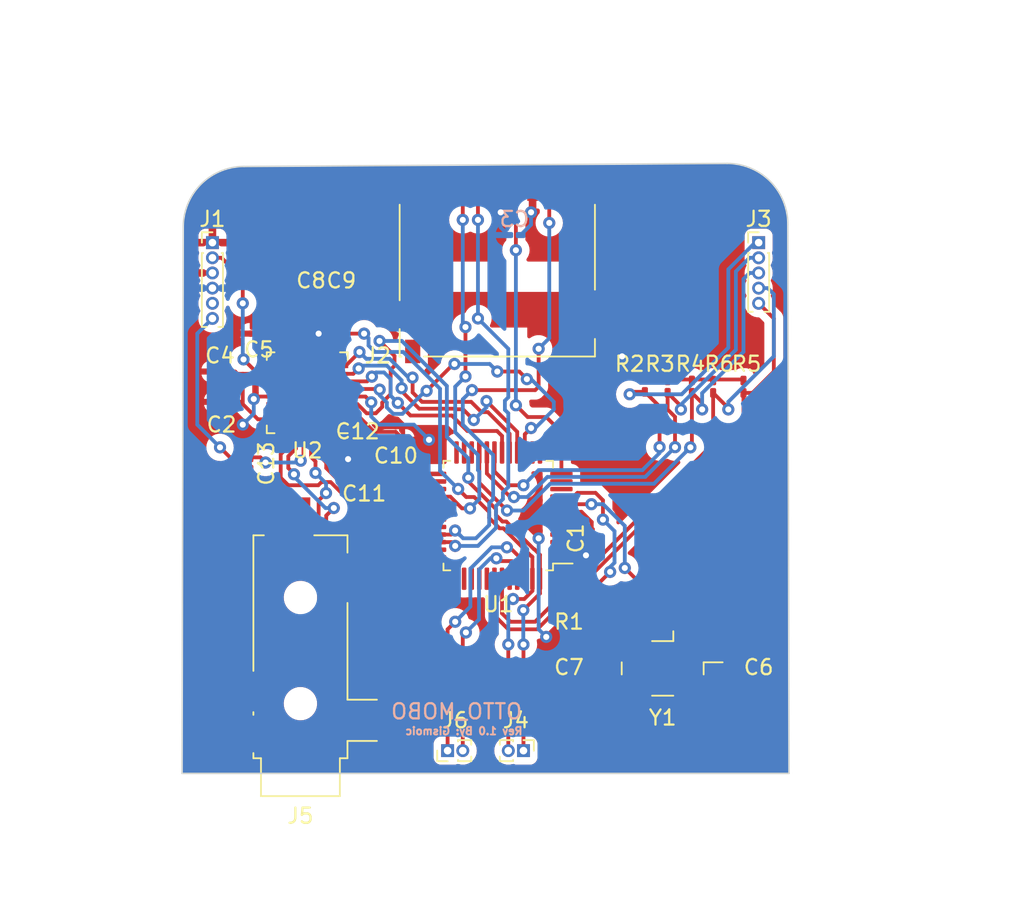
<source format=kicad_pcb>
(kicad_pcb (version 20221018) (generator pcbnew)
  (layers (0 "F.Cu" signal) (31 "B.Cu" signal) (34 "B.Paste" user) (35 "F.Paste" user) (36 "B.SilkS" user "B.Silkscreen") (37 "F.SilkS" user "F.Silkscreen") (38 "B.Mask" user) (39 "F.Mask" user) (44 "Edge.Cuts" user))
  (net 0 "")
  (net 1 "DVDD")
  (net 2 "HPGND")
  (net 3 "AVDD")
  (net 4 "Net-(U2-BYPASS)")
  (net 5 "Net-(U1-PF0)")
  (net 6 "Net-(C7-Pad1)")
  (net 7 "Net-(U2-REF)")
  (net 8 "Net-(U2-C1P)")
  (net 9 "Net-(U2-HPVSS)")
  (net 10 "RAM_VCC")
  (net 12 "CS")
  (net 13 "MOSI")
  (net 14 "CLK")
  (net 15 "MISO")
  (net 17 "Net-(U2-HPL)")
  (net 18 "Net-(U2-HPR)")
  (net 19 "Net-(U2-HPS)")
  (net 20 "Net-(U1-PF1)")
  (net 26 "I2S_SCK")
  (net 27 "I2S_SD")
  (net 28 "I2S_WS")
  (net 31 "SCL")
  (net 32 "SDA")
  (net 47 "RX")
  (net 48 "TX")
  (net 49 "Enter")
  (net 50 "....")
  (net 51 "...")
  (net 52 "..")
  (net 53 ".")
  (net 58 "I2S_MCK")
  (net 63 "HPVDD")
  (footprint "Resistor_SMD:R_0201_0603Metric_Pad0.64x0.40mm_HandSolder" (layer "F.Cu") (at 190.6 81.9925 -90)
    (fp_text reference "R4")
    (fp_text value "1k" hide)
  )
  (footprint "Capacitor_SMD:C_0201_0603Metric_Pad0.64x0.40mm_HandSolder" (layer "F.Cu") (at 193.5 100.5 -90)
    (fp_text reference "C6")
    (fp_text value "15pf")
  )
  (footprint "Resistor_SMD:R_0201_0603Metric_Pad0.64x0.40mm_HandSolder" (layer "F.Cu") (at 184 97.5 -90)
    (fp_text reference "R1")
    (fp_text value "200k")
  )
  (footprint "Resistor_SMD:R_0201_0603Metric_Pad0.64x0.40mm_HandSolder" (layer "F.Cu") (at 194 82 -90)
    (fp_text reference "R5")
    (fp_text value "1k" hide)
  )
  (footprint "Capacitor_SMD:C_0201_0603Metric_Pad0.64x0.40mm_HandSolder" (layer "F.Cu") (at 165.5 77 90)
    (fp_text reference "C8")
    (fp_text value "10uF")
  )
  (footprint "Crystal:Crystal_SMD_EuroQuartz_MJ-4Pin_5.0x3.2mm_HandSoldering" (layer "F.Cu") (at 188.675 100.575 180)
    (fp_text reference "Y1")
    (fp_text value "Crystal")
  )
  (footprint "Capacitor_SMD:C_0201_0603Metric_Pad0.64x0.40mm_HandSolder" (layer "F.Cu") (at 184 92 90)
    (fp_text reference "C1")
    (fp_text value "100nF")
  )
  (footprint "Package_DFN_QFN:WQFN-32-1EP_5x5mm_P0.5mm_EP3.1x3.1mm" (layer "F.Cu") (at 165.25 82.4 180)
    (fp_text reference "U2")
    (fp_text value "~")
  )
  (footprint "Capacitor_SMD:C_0201_0603Metric_Pad0.64x0.40mm_HandSolder" (layer "F.Cu") (at 169 88 180)
    (fp_text reference "C11")
    (fp_text value "2.2uF")
  )
  (footprint "Resistor_SMD:R_0201_0603Metric_Pad0.64x0.40mm_HandSolder" (layer "F.Cu") (at 189 81.9925 -90)
    (fp_text reference "R3")
    (fp_text value "1k" hide)
  )
  (footprint "Capacitor_SMD:C_0201_0603Metric_Pad0.64x0.40mm_HandSolder" (layer "F.Cu") (at 171.0925 85.5 180)
    (fp_text reference "C10")
    (fp_text value "2.2uF")
  )
  (footprint "Capacitor_SMD:C_0201_0603Metric_Pad0.64x0.40mm_HandSolder" (layer "F.Cu") (at 168.5675 86)
    (fp_text reference "C12")
    (fp_text value "1uF")
  )
  (footprint "Resistor_SMD:R_0201_0603Metric_Pad0.64x0.40mm_HandSolder" (layer "F.Cu") (at 187.5 81.9325 -90)
    (fp_text reference "R2")
    (fp_text value "1k" hide)
  )
  (footprint "Capacitor_SMD:C_0201_0603Metric_Pad0.64x0.40mm_HandSolder" (layer "F.Cu") (at 159.5 81)
    (fp_text reference "C4")
    (fp_text value "1uF")
  )
  (footprint "Connector_PinHeader_1.00mm:PinHeader_1x02_P1.00mm_Vertical" (layer "F.Cu") (at 174.5 106 90)
    (fp_text reference "J6")
    (fp_text value "Conn_01x02")
  )
  (footprint "Connector_Audio:Jack_3.5mm_CUI_SJ2-3593D-SMT_Horizontal" (layer "F.Cu") (at 164.8 100.4 180)
    (fp_text reference "J5")
    (fp_text value "AudioJack3_Ground")
  )
  (footprint "Connector_PinHeader_1.00mm:PinHeader_1x02_P1.00mm_Vertical" (layer "F.Cu") (at 179.5 106 -90)
    (fp_text reference "J4")
    (fp_text value "Conn_01x02")
  )
  (footprint "Resistor_SMD:R_0201_0603Metric_Pad0.64x0.40mm_HandSolder" (layer "F.Cu") (at 192 82 -90)
    (fp_text reference "R6")
    (fp_text value "1k" hide)
  )
  (footprint "Capacitor_SMD:C_0201_0603Metric_Pad0.64x0.40mm_HandSolder" (layer "F.Cu") (at 167 77 90)
    (fp_text reference "C9")
    (fp_text value "0.1uF")
  )
  (footprint "Capacitor_SMD:C_0201_0603Metric_Pad0.64x0.40mm_HandSolder" (layer "F.Cu") (at 159.6675 83)
    (fp_text reference "C2")
    (fp_text value "1uF")
  )
  (footprint "Connector_Card:microSD_HC_Hirose_DM3D-SF" (layer "F.Cu") (at 177.775 74.225 180)
    (fp_text reference "J2")
    (fp_text value "Micro_SD_Card")
  )
  (footprint "Package_QFP:LQFP-48_7x7mm_P0.5mm" (layer "F.Cu") (at 177.8375 90.5 180)
    (fp_text reference "U1")
    (fp_text value "STM32C031C6Tx")
  )
  (footprint "Connector_PinHeader_1.00mm:PinHeader_1x06_P1.00mm_Vertical" (layer "F.Cu") (at 159 72.5)
    (fp_text reference "J1")
    (fp_text value "Conn_01x05")
  )
  (footprint "Capacitor_SMD:C_0201_0603Metric_Pad0.64x0.40mm_HandSolder" (layer "F.Cu") (at 184 100.5 -90)
    (fp_text reference "C7")
    (fp_text value "15pf")
  )
  (footprint "Capacitor_SMD:C_0201_0603Metric_Pad0.64x0.40mm_HandSolder" (layer "F.Cu") (at 161.5 87.0675 -90)
    (fp_text reference "C13")
    (fp_text value "1uF")
  )
  (footprint "Capacitor_SMD:C_0201_0603Metric_Pad0.64x0.40mm_HandSolder" (layer "F.Cu") (at 162.0675 78.5 180)
    (fp_text reference "C5")
    (fp_text value "2.2uF")
  )
  (footprint "Connector_PinHeader_1.00mm:PinHeader_1x05_P1.00mm_Vertical" (layer "F.Cu") (at 195 72.5)
    (fp_text reference "J3")
    (fp_text value "Conn_01x05")
  )
  (footprint "Capacitor_SMD:C_0201_0603Metric_Pad0.64x0.40mm_HandSolder" (layer "B.Cu") (at 178.9075 72 180)
    (fp_text reference "C3")
    (fp_text value "100nF")
  )
  (gr_line (start 157 107.5) (end 157.078427 71.478427) (stroke (width 0.1)) (layer "Edge.Cuts"))
  (gr_arc (start 157.078427 71.478427) (mid 158.25 68.65) (end 161.078427 67.478427) (stroke (width 0.1)) (layer "Edge.Cuts"))
  (gr_line (start 197 107.5) (end 157 107.5) (stroke (width 0.1)) (layer "Edge.Cuts"))
  (gr_arc (start 192.921573 67.278427) (mid 195.75 68.45) (end 196.921573 71.278427) (stroke (width 0.1)) (layer "Edge.Cuts"))
  (gr_line (start 196.921573 71.278427) (end 197 107.5) (stroke (width 0.1)) (layer "Edge.Cuts"))
  (gr_line (start 161.078427 67.478427) (end 192.921573 67.278427) (stroke (width 0.1)) (layer "Edge.Cuts"))
  (gr_text "Rev 1.0 By: Gismoic" (at 179.5 105) (layer "B.SilkS") (effects (font (size 0.5 0.5) (thickness 0.125)) (justify left bottom mirror)))
  (gr_text "OTTO_MOBO" (at 179.5 104) (layer "B.SilkS") (effects (font (size 1 1)) (justify left bottom mirror)))
  (segment (start 182.803185 90.75) (end 182 90.75) (width 0.25) (layer "F.Cu") (net 1))
  (segment (start 184 92.4075) (end 184 92.739006) (width 0.25) (layer "F.Cu") (net 1))
  (segment (start 177.9 70.4) (end 178 70.5) (width 0.25) (layer "F.Cu") (net 1))
  (segment (start 186 80.5) (end 186 80) (width 0.25) (layer "F.Cu") (net 1))
  (segment (start 168.16 86) (end 168.16 86.555301) (width 0.25) (layer "F.Cu") (net 1))
  (segment (start 166 78.5) (end 166 80) (width 0.25) (layer "F.Cu") (net 1))
  (segment (start 177.9 68.875) (end 177.9 70.4) (width 0.25) (layer "F.Cu") (net 1))
  (segment (start 183.0625 92.0625) (end 183.0625 91.009315) (width 0.25) (layer "F.Cu") (net 1))
  (segment (start 166 78.5) (end 166.5 79) (width 0.25) (layer "F.Cu") (net 1))
  (segment (start 168.16 86) (end 167.5 86) (width 0.25) (layer "F.Cu") (net 1))
  (segment (start 183.0625 91.009315) (end 182.803185 90.75) (width 0.25) (layer "F.Cu") (net 1))
  (segment (start 193.9325 81.525) (end 194 81.5925) (width 0.25) (layer "F.Cu") (net 1))
  (segment (start 166.5 79) (end 166.5 80) (width 0.25) (layer "F.Cu") (net 1))
  (segment (start 184 92.739006) (end 183.619503 93.119503) (width 0.25) (layer "F.Cu") (net 1))
  (segment (start 184 92.4075) (end 183.4075 92.4075) (width 0.25) (layer "F.Cu") (net 1))
  (segment (start 187.5 81.525) (end 193.9325 81.525) (width 0.25) (layer "F.Cu") (net 1))
  (segment (start 167 85.5) (end 167 84.8) (width 0.25) (layer "F.Cu") (net 1))
  (segment (start 183.4075 92.4075) (end 183.0625 92.0625) (width 0.25) (layer "F.Cu") (net 1))
  (segment (start 187.025 81.525) (end 186 80.5) (width 0.25) (layer "F.Cu") (net 1))
  (segment (start 168.16 86.555301) (end 167.939801 86.7755) (width 0.25) (layer "F.Cu") (net 1))
  (segment (start 167.5 86) (end 167 85.5) (width 0.25) (layer "F.Cu") (net 1))
  (segment (start 187.5 81.525) (end 187.025 81.525) (width 0.25) (layer "F.Cu") (net 1))
  (via (at 167.939801 86.7755) (size 0.8) (drill 0.4) (layers "F.Cu" "B.Cu") (net 1))
  (via (at 178 70.5) (size 0.8) (drill 0.4) (layers "F.Cu" "B.Cu") (net 1))
  (via (at 186 80) (size 0.8) (drill 0.4) (layers "F.Cu" "B.Cu") (net 1))
  (via (at 166 78.5) (size 0.8) (drill 0.4) (layers "F.Cu" "B.Cu") (net 1))
  (via (at 183.619503 93.119503) (size 0.8) (drill 0.4) (layers "F.Cu" "B.Cu") (net 1))
  (segment (start 178 70.5) (end 178 71.5) (width 0.25) (layer "B.Cu") (net 1))
  (segment (start 161.5 75.5) (end 164.5 78.5) (width 0.25) (layer "B.Cu") (net 1))
  (segment (start 164.5 78.5) (end 166 78.5) (width 0.25) (layer "B.Cu") (net 1))
  (segment (start 159 75.5) (end 161.5 75.5) (width 0.25) (layer "B.Cu") (net 1))
  (segment (start 178 71.5) (end 178.5 72) (width 0.25) (layer "B.Cu") (net 1))
  (segment (start 165.068198 78.931802) (end 165.068198 77.839302) (width 0.25) (layer "F.Cu") (net 2))
  (segment (start 171.078541 84.975) (end 171.5 85.396459) (width 0.25) (layer "F.Cu") (net 2))
  (segment (start 161.887201 82.65) (end 161.7245 82.812701) (width 0.25) (layer "F.Cu") (net 2))
  (segment (start 170 87.5) (end 170.75 86.75) (width 0.25) (layer "F.Cu") (net 2))
  (segment (start 165.068198 77.839302) (end 165.5 77.4075) (width 0.25) (layer "F.Cu") (net 2))
  (segment (start 166.5 86.363604) (end 167.111396 86.975) (width 0.25) (layer "F.Cu") (net 2))
  (segment (start 167.111396 86.975) (end 167.111396 87.111396) (width 0.25) (layer "F.Cu") (net 2))
  (segment (start 165.5 79.363604) (end 165.068198 78.931802) (width 0.25) (layer "F.Cu") (net 2))
  (segment (start 184 91.5925) (end 184 90.924695) (width 0.25) (layer "F.Cu") (net 2))
  (segment (start 171.5 85.396459) (end 171.5 85.5) (width 0.25) (layer "F.Cu") (net 2))
  (segment (start 162.85 82.65) (end 161.887201 82.65) (width 0.25) (layer "F.Cu") (net 2))
  (segment (start 165.5 77.4075) (end 167 77.4075) (width 0.25) (layer "F.Cu") (net 2))
  (segment (start 169.011041 87.5) (end 170 87.5) (width 0.25) (layer "F.Cu") (net 2))
  (segment (start 167.111396 87.111396) (end 167.5 87.5) (width 0.25) (layer "F.Cu") (net 2))
  (segment (start 165.5 80) (end 165.5 79.363604) (width 0.25) (layer "F.Cu") (net 2))
  (segment (start 168.198959 87.475) (end 168.986041 87.475) (width 0.25) (layer "F.Cu") (net 2))
  (segment (start 180.1 68.875) (end 180.1 70.4) (width 0.25) (layer "F.Cu") (net 2))
  (segment (start 171.5 86) (end 171.5 85.5) (width 0.25) (layer "F.Cu") (net 2))
  (segment (start 168.336396 83.65) (end 169.661396 84.975) (width 0.25) (layer "F.Cu") (net 2))
  (segment (start 169.087345 82.65) (end 169.465949 83.028604) (width 0.25) (layer "F.Cu") (net 2))
  (segment (start 167 77.4075) (end 167.4075 77.4075) (width 0.25) (layer "F.Cu") (net 2))
  (segment (start 180.5 90.946815) (end 180.5 92) (width 0.25) (layer "F.Cu") (net 2))
  (segment (start 180.1 70.4) (end 180 70.5) (width 0.25) (layer "F.Cu") (net 2))
  (segment (start 181.196815 90.25) (end 180.5 90.946815) (width 0.25) (layer "F.Cu") (net 2))
  (segment (start 167.65 83.65) (end 168.336396 83.65) (width 0.25) (layer "F.Cu") (net 2))
  (segment (start 167.5 87.5) (end 168.173959 87.5) (width 0.25) (layer "F.Cu") (net 2))
  (segment (start 163.5 85) (end 162.5 86) (width 0.25) (layer "F.Cu") (net 2))
  (segment (start 168.173959 87.5) (end 168.198959 87.475) (width 0.25) (layer "F.Cu") (net 2))
  (segment (start 170 86) (end 170.75 86.75) (width 0.25) (layer "F.Cu") (net 2))
  (segment (start 163.5 84.8) (end 163.5 85) (width 0.25) (layer "F.Cu") (net 2))
  (segment (start 167.65 82.65) (end 169.087345 82.65) (width 0.25) (layer "F.Cu") (net 2))
  (segment (start 168.986041 87.475) (end 169.011041 87.5) (width 0.25) (layer "F.Cu") (net 2))
  (segment (start 167.4075 77.4075) (end 167.5 77.5) (width 0.25) (layer "F.Cu") (net 2))
  (segment (start 182 90.25) (end 181.196815 90.25) (width 0.25) (layer "F.Cu") (net 2))
  (segment (start 170.75 86.75) (end 171.5 86) (width 0.25) (layer "F.Cu") (net 2))
  (segment (start 184 90.924695) (end 183.325305 90.25) (width 0.25) (layer "F.Cu") (net 2))
  (segment (start 169.661396 84.975) (end 171.078541 84.975) (width 0.25) (layer "F.Cu") (net 2))
  (segment (start 168.975 86) (end 170 86) (width 0.25) (layer "F.Cu") (net 2))
  (segment (start 166.5 84.8) (end 166.5 86.363604) (width 0.25) (layer "F.Cu") (net 2))
  (segment (start 183.325305 90.25) (end 182 90.25) (width 0.25) (layer "F.Cu") (net 2))
  (via (at 173.2755 85.5) (size 0.8) (drill 0.4) (layers "F.Cu" "B.Cu") (net 2))
  (via (at 161 84.5) (size 0.8) (drill 0.4) (layers "F.Cu" "B.Cu") (net 2))
  (via (at 180.5 92) (size 0.8) (drill 0.4) (layers "F.Cu" "B.Cu") (net 2))
  (via (at 180 70.5) (size 0.8) (drill 0.4) (layers "F.Cu" "B.Cu") (net 2))
  (via (at 161.7245 82.812701) (size 0.8) (drill 0.4) (layers "F.Cu" "B.Cu") (net 2))
  (via (at 169.465949 83.028604) (size 0.8) (drill 0.4) (layers "F.Cu" "B.Cu") (net 2))
  (via (at 181 98.5) (size 0.8) (drill 0.4) (layers "F.Cu" "B.Cu") (net 2))
  (segment (start 161.7245 83.7755) (end 161 84.5) (width 0.25) (layer "B.Cu") (net 2))
  (segment (start 180.5 92) (end 180.5 98) (width 0.25) (layer "B.Cu") (net 2))
  (segment (start 169.465949 83.028604) (end 169.465949 83.965949) (width 0.25) (layer "B.Cu") (net 2))
  (segment (start 180 70.5) (end 180 71.315) (width 0.25) (layer "B.Cu") (net 2))
  (segment (start 169.465949 83.965949) (end 170 84.5) (width 0.25) (layer "B.Cu") (net 2))
  (segment (start 172.2755 84.5) (end 173.2755 85.5) (width 0.25) (layer "B.Cu") (net 2))
  (segment (start 170 84.5) (end 172.2755 84.5) (width 0.25) (layer "B.Cu") (net 2))
  (segment (start 180 71.315) (end 179.315 72) (width 0.25) (layer "B.Cu") (net 2))
  (segment (start 180.5 98) (end 181 98.5) (width 0.25) (layer "B.Cu") (net 2))
  (segment (start 161.7245 82.812701) (end 161.7245 83.7755) (width 0.25) (layer "B.Cu") (net 2))
  (segment (start 161 75) (end 161 76.5) (width 0.25) (layer "F.Cu") (net 3))
  (segment (start 159.60104 73.5) (end 161.05052 74.94948) (width 0.25) (layer "F.Cu") (net 3))
  (segment (start 159 73.5) (end 159.60104 73.5) (width 0.25) (layer "F.Cu") (net 3))
  (segment (start 162.85 81.15) (end 162 81.15) (width 0.25) (layer "F.Cu") (net 3))
  (segment (start 161 83.15) (end 162 84.15) (width 0.25) (layer "F.Cu") (net 3))
  (segment (start 161.05052 74.94948) (end 163.5 77.39896) (width 0.25) (layer "F.Cu") (net 3))
  (segment (start 161 81.15) (end 161 83.15) (width 0.25) (layer "F.Cu") (net 3))
  (segment (start 160.65 81.15) (end 160.5 81) (width 0.25) (layer "F.Cu") (net 3))
  (segment (start 161.05052 80.20052) (end 162 81.15) (width 0.25) (layer "F.Cu") (net 3))
  (segment (start 160.075 83) (end 160.85 83) (width 0.25) (layer "F.Cu") (net 3))
  (segment (start 163.5 77.39896) (end 163.5 80) (width 0.25) (layer "F.Cu") (net 3))
  (segment (start 162 81.15) (end 161 81.15) (width 0.25) (layer "F.Cu") (net 3))
  (segment (start 160.5 81) (end 159.9075 81) (width 0.25) (layer "F.Cu") (net 3))
  (segment (start 161.05052 74.94948) (end 161 75) (width 0.25) (layer "F.Cu") (net 3))
  (segment (start 161 81.15) (end 160.65 81.15) (width 0.25) (layer "F.Cu") (net 3))
  (segment (start 162.85 84.15) (end 162 84.15) (width 0.25) (layer "F.Cu") (net 3))
  (segment (start 160.85 83) (end 161 83.15) (width 0.25) (layer "F.Cu") (net 3))
  (via (at 161 76.5) (size 0.8) (drill 0.4) (layers "F.Cu" "B.Cu") (net 3))
  (via (at 161.05052 80.20052) (size 0.8) (drill 0.4) (layers "F.Cu" "B.Cu") (net 3))
  (segment (start 161 80.15) (end 161.05052 80.20052) (width 0.25) (layer "B.Cu") (net 3))
  (segment (start 161 76.5) (end 161 80.15) (width 0.25) (layer "B.Cu") (net 3))
  (segment (start 162.85 78.875) (end 162.475 78.5) (width 0.25) (layer "F.Cu") (net 4))
  (segment (start 162.85 80.65) (end 162.85 78.875) (width 0.25) (layer "F.Cu") (net 4))
  (segment (start 193.5 100.0925) (end 191.9425 100.0925) (width 0.25) (layer "F.Cu") (net 5))
  (segment (start 183.974951 89.749549) (end 182.000451 89.749549) (width 0.25) (layer "F.Cu") (net 5))
  (segment (start 191 99.15) (end 191 98.774832) (width 0.25) (layer "F.Cu") (net 5))
  (segment (start 182.000451 89.749549) (end 182 89.75) (width 0.25) (layer "F.Cu") (net 5))
  (segment (start 191 98.774832) (end 186.177365 93.952197) (width 0.25) (layer "F.Cu") (net 5))
  (segment (start 191.9425 100.0925) (end 191 99.15) (width 0.25) (layer "F.Cu") (net 5))
  (via (at 186.177365 93.952197) (size 0.8) (drill 0.4) (layers "F.Cu" "B.Cu") (net 5))
  (via (at 183.974951 89.749549) (size 0.8) (drill 0.4) (layers "F.Cu" "B.Cu") (net 5))
  (segment (start 186.177365 91.177365) (end 186.177365 93.952197) (width 0.25) (layer "B.Cu") (net 5))
  (segment (start 183.974951 89.749549) (end 184.749549 89.749549) (width 0.25) (layer "B.Cu") (net 5))
  (segment (start 184.749549 89.749549) (end 186.177365 91.177365) (width 0.25) (layer "B.Cu") (net 5))
  (segment (start 185.2425 99.15) (end 184 97.9075) (width 0.25) (layer "F.Cu") (net 6))
  (segment (start 184 100.0925) (end 185.4075 100.0925) (width 0.25) (layer "F.Cu") (net 6))
  (segment (start 186.35 99.15) (end 185.2425 99.15) (width 0.25) (layer "F.Cu") (net 6))
  (segment (start 185.4075 100.0925) (end 186.35 99.15) (width 0.25) (layer "F.Cu") (net 6))
  (segment (start 164.5 79) (end 165 79.5) (width 0.25) (layer "F.Cu") (net 7))
  (segment (start 164.9075 76.5925) (end 164.5 77) (width 0.25) (layer "F.Cu") (net 7))
  (segment (start 165.5 76.5925) (end 167 76.5925) (width 0.25) (layer "F.Cu") (net 7))
  (segment (start 165.5 76.5925) (end 164.9075 76.5925) (width 0.25) (layer "F.Cu") (net 7))
  (segment (start 165 79.5) (end 165 80) (width 0.25) (layer "F.Cu") (net 7))
  (segment (start 164.5 77) (end 164.5 79) (width 0.25) (layer "F.Cu") (net 7))
  (segment (start 168.2 84.15) (end 169.55 85.5) (width 0.25) (layer "F.Cu") (net 8))
  (segment (start 169.55 85.5) (end 170.685 85.5) (width 0.25) (layer "F.Cu") (net 8))
  (segment (start 167.65 84.15) (end 168.2 84.15) (width 0.25) (layer "F.Cu") (net 8))
  (segment (start 166.5 87.362897) (end 166.5 87) (width 0.25) (layer "F.Cu") (net 9))
  (segment (start 166.5 87) (end 166 86.5) (width 0.25) (layer "F.Cu") (net 9))
  (segment (start 166 86.5) (end 166 84.8) (width 0.25) (layer "F.Cu") (net 9))
  (segment (start 168.5925 88) (end 167.137103 88) (width 0.25) (layer "F.Cu") (net 9))
  (segment (start 167.137103 88) (end 166.5 87.362897) (width 0.25) (layer "F.Cu") (net 9))
  (segment (start 175.5 69.075) (end 175.7 68.875) (width 0.25) (layer "F.Cu") (net 12))
  (segment (start 175.5 71) (end 175.5 69.075) (width 0.25) (layer "F.Cu") (net 12))
  (segment (start 175.44981 90.023759) (end 175.976241 90.023759) (width 0.25) (layer "F.Cu") (net 12))
  (segment (start 174.676051 89.25) (end 175.44981 90.023759) (width 0.25) (layer "F.Cu") (net 12))
  (segment (start 173.675 89.25) (end 174.676051 89.25) (width 0.25) (layer "F.Cu") (net 12))
  (segment (start 175.67738 81.32262) (end 175.67738 78.067716) (width 0.25) (layer "F.Cu") (net 12))
  (via (at 175.976241 90.023759) (size 0.8) (drill 0.4) (layers "F.Cu" "B.Cu") (net 12))
  (via (at 175.67738 78.067716) (size 0.8) (drill 0.4) (layers "F.Cu" "B.Cu") (net 12))
  (via (at 175.67738 81.32262) (size 0.8) (drill 0.4) (layers "F.Cu" "B.Cu") (net 12))
  (via (at 175.5 71) (size 0.8) (drill 0.4) (layers "F.Cu" "B.Cu") (net 12))
  (segment (start 176.588 87.588) (end 176.5 87.5) (width 0.25) (layer "B.Cu") (net 12))
  (segment (start 175 85) (end 175 82) (width 0.25) (layer "B.Cu") (net 12))
  (segment (start 175 82) (end 175.67738 81.32262) (width 0.25) (layer "B.Cu") (net 12))
  (segment (start 176.5 86.5) (end 175 85) (width 0.25) (layer "B.Cu") (net 12))
  (segment (start 175.976241 90.023759) (end 176.588 89.412) (width 0.25) (layer "B.Cu") (net 12))
  (segment (start 176.588 89.412) (end 176.588 87.588) (width 0.25) (layer "B.Cu") (net 12))
  (segment (start 175.5 77.890336) (end 175.5 71) (width 0.25) (layer "B.Cu") (net 12))
  (segment (start 176.5 87.5) (end 176.5 86.5) (width 0.25) (layer "B.Cu") (net 12))
  (segment (start 175.67738 78.067716) (end 175.5 77.890336) (width 0.25) (layer "B.Cu") (net 12))
  (segment (start 176.5 71) (end 176.5 69.175) (width 0.25) (layer "F.Cu") (net 13))
  (segment (start 175 92.5) (end 174.75 92.25) (width 0.25) (layer "F.Cu") (net 13))
  (segment (start 176.5 69.175) (end 176.8 68.875) (width 0.25) (layer "F.Cu") (net 13))
  (segment (start 174.75 92.25) (end 173.675 92.25) (width 0.25) (layer "F.Cu") (net 13))
  (via (at 175 92.5) (size 0.8) (drill 0.4) (layers "F.Cu" "B.Cu") (net 13))
  (via (at 176.5 77.5) (size 0.8) (drill 0.4) (layers "F.Cu" "B.Cu") (net 13))
  (via (at 176.5 71) (size 0.8) (drill 0.4) (layers "F.Cu" "B.Cu") (net 13))
  (segment (start 175 92.5) (end 176.5 92.5) (width 0.25) (layer "B.Cu") (net 13))
  (segment (start 178.5 82.699195) (end 178.5 79.5) (width 0.25) (layer "B.Cu") (net 13))
  (segment (start 176.5 77.5) (end 176.5 71) (width 0.25) (layer "B.Cu") (net 13))
  (segment (start 176.5 92.5) (end 177.690412 91.309588) (width 0.25) (layer "B.Cu") (net 13))
  (segment (start 177.690412 89.865234) (end 178.145204 89.410442) (width 0.25) (layer "B.Cu") (net 13))
  (segment (start 177.690412 91.309588) (end 177.690412 89.865234) (width 0.25) (layer "B.Cu") (net 13))
  (segment (start 178.145204 89.410442) (end 178.145204 88.975195) (width 0.25) (layer "B.Cu") (net 13))
  (segment (start 178.5 83.749805) (end 178.275 83.524805) (width 0.25) (layer "B.Cu") (net 13))
  (segment (start 178.275 83.524805) (end 178.275 82.924195) (width 0.25) (layer "B.Cu") (net 13))
  (segment (start 178.5 79.5) (end 176.5 77.5) (width 0.25) (layer "B.Cu") (net 13))
  (segment (start 178.5 88.620399) (end 178.5 83.749805) (width 0.25) (layer "B.Cu") (net 13))
  (segment (start 178.275 82.924195) (end 178.5 82.699195) (width 0.25) (layer "B.Cu") (net 13))
  (segment (start 178.145204 88.975195) (end 178.5 88.620399) (width 0.25) (layer "B.Cu") (net 13))
  (segment (start 181 84) (end 179.7755 84) (width 0.25) (layer "F.Cu") (net 14))
  (segment (start 182 85) (end 181 84) (width 0.25) (layer "F.Cu") (net 14))
  (segment (start 182 87.75) (end 182 85) (width 0.25) (layer "F.Cu") (net 14))
  (segment (start 179.7755 84) (end 179 83.2245) (width 0.25) (layer "F.Cu") (net 14))
  (segment (start 179 73) (end 179 68.875) (width 0.25) (layer "F.Cu") (net 14))
  (via (at 179 83.2245) (size 0.8) (drill 0.4) (layers "F.Cu" "B.Cu") (net 14))
  (via (at 179 73) (size 0.8) (drill 0.4) (layers "F.Cu" "B.Cu") (net 14))
  (segment (start 179 83.2245) (end 179 73) (width 0.25) (layer "B.Cu") (net 14))
  (segment (start 174.725401 91.75) (end 173.675 91.75) (width 0.25) (layer "F.Cu") (net 15))
  (segment (start 181.2 71.2) (end 181.2 68.875) (width 0.25) (layer "F.Cu") (net 15))
  (segment (start 174.992831 91.48257) (end 174.725401 91.75) (width 0.25) (layer "F.Cu") (net 15))
  (segment (start 180.5 82) (end 180.5 79.5) (width 0.25) (layer "F.Cu") (net 15))
  (segment (start 176.107162 82.225002) (end 180.274998 82.225002) (width 0.25) (layer "F.Cu") (net 15))
  (segment (start 180.274998 82.225002) (end 180.5 82) (width 0.25) (layer "F.Cu") (net 15))
  (via (at 181.2 71.2) (size 0.8) (drill 0.4) (layers "F.Cu" "B.Cu") (net 15))
  (via (at 176.107162 82.225002) (size 0.8) (drill 0.4) (layers "F.Cu" "B.Cu") (net 15))
  (via (at 174.992831 91.48257) (size 0.8) (drill 0.4) (layers "F.Cu" "B.Cu") (net 15))
  (via (at 180.5 79.5) (size 0.8) (drill 0.4) (layers "F.Cu" "B.Cu") (net 15))
  (segment (start 175.300305 91.775) (end 175.285261 91.775) (width 0.25) (layer "B.Cu") (net 15))
  (segment (start 175.5 82.832164) (end 175.5 84.5) (width 0.25) (layer "B.Cu") (net 15))
  (segment (start 175.5 84.5) (end 177.5 86.5) (width 0.25) (layer "B.Cu") (net 15))
  (segment (start 181.2 78.8) (end 181.2 71.2) (width 0.25) (layer "B.Cu") (net 15))
  (segment (start 176.107162 82.225002) (end 175.5 82.832164) (width 0.25) (layer "B.Cu") (net 15))
  (segment (start 175.285261 91.775) (end 174.992831 91.48257) (width 0.25) (layer "B.Cu") (net 15))
  (segment (start 176.363604 92) (end 175.525305 92) (width 0.25) (layer "B.Cu") (net 15))
  (segment (start 177.5 86.5) (end 177.5 89.41925) (width 0.25) (layer "B.Cu") (net 15))
  (segment (start 177.240412 91.123192) (end 176.363604 92) (width 0.25) (layer "B.Cu") (net 15))
  (segment (start 177.240412 89.678838) (end 177.240412 91.123192) (width 0.25) (layer "B.Cu") (net 15))
  (segment (start 180.5 79.5) (end 181.2 78.8) (width 0.25) (layer "B.Cu") (net 15))
  (segment (start 175.525305 92) (end 175.300305 91.775) (width 0.25) (layer "B.Cu") (net 15))
  (segment (start 177.5 89.41925) (end 177.240412 89.678838) (width 0.25) (layer "B.Cu") (net 15))
  (segment (start 166 95.367588) (end 166.025 95.392588) (width 0.25) (layer "F.Cu") (net 17))
  (segment (start 166 89.500931) (end 166 95.367588) (width 0.25) (layer "F.Cu") (net 17))
  (segment (start 165.792321 86.928717) (end 165.5 86.636396) (width 0.25) (layer "F.Cu") (net 17))
  (segment (start 161.1 101.332412) (end 161.1 102.1) (width 0.25) (layer "F.Cu") (net 17))
  (segment (start 166.025 95.392588) (end 166.025 96.407412) (width 0.25) (layer "F.Cu") (net 17))
  (segment (start 165.5 86.636396) (end 165.5 84.8) (width 0.25) (layer "F.Cu") (net 17))
  (segment (start 166.025 96.407412) (end 161.1 101.332412) (width 0.25) (layer "F.Cu") (net 17))
  (segment (start 166.487813 89.013118) (end 166 89.500931) (width 0.25) (layer "F.Cu") (net 17))
  (segment (start 165.792321 87.680888) (end 165.792321 86.928717) (width 0.25) (layer "F.Cu") (net 17))
  (via (at 165.792321 87.680888) (size 0.8) (drill 0.4) (layers "F.Cu" "B.Cu") (net 17))
  (via (at 166.487813 89.013118) (size 0.8) (drill 0.4) (layers "F.Cu" "B.Cu") (net 17))
  (segment (start 165.792321 87.680888) (end 166.487813 88.37638) (width 0.25) (layer "B.Cu") (net 17))
  (segment (start 166.487813 88.37638) (end 166.487813 89.013118) (width 0.25) (layer "B.Cu") (net 17))
  (segment (start 164.374549 87.738153) (end 164 87.363604) (width 0.25) (layer "F.Cu") (net 18))
  (segment (start 168.5 98.5) (end 168.5 104) (width 0.25) (layer "F.Cu") (net 18))
  (segment (start 164.5 86.086396) (end 164.5 84.8) (width 0.25) (layer "F.Cu") (net 18))
  (segment (start 164 87.363604) (end 164 86.586396) (width 0.25) (layer "F.Cu") (net 18))
  (segment (start 164.374549 87.7755) (end 164.374549 87.738153) (width 0.25) (layer "F.Cu") (net 18))
  (segment (start 166.5 96.5) (end 168.5 98.5) (width 0.25) (layer "F.Cu") (net 18))
  (segment (start 164 86.586396) (end 164.5 86.086396) (width 0.25) (layer "F.Cu") (net 18))
  (segment (start 167 90) (end 166.5 90.5) (width 0.25) (layer "F.Cu") (net 18))
  (segment (start 166.5 90.5) (end 166.5 96.5) (width 0.25) (layer "F.Cu") (net 18))
  (via (at 164.374549 87.7755) (size 0.8) (drill 0.4) (layers "F.Cu" "B.Cu") (net 18))
  (via (at 167 90) (size 0.8) (drill 0.4) (layers "F.Cu" "B.Cu") (net 18))
  (segment (start 164.374549 87.7755) (end 164.5 87.900951) (width 0.25) (layer "B.Cu") (net 18))
  (segment (start 164.5 88.049903) (end 166.450097 90) (width 0.25) (layer "B.Cu") (net 18))
  (segment (start 164.5 87.900951) (end 164.5 88.049903) (width 0.25) (layer "B.Cu") (net 18))
  (segment (start 166.450097 90) (end 167 90) (width 0.25) (layer "B.Cu") (net 18))
  (segment (start 164 85.95) (end 164 84.8) (width 0.25) (layer "F.Cu") (net 19))
  (segment (start 168.5 89.999293) (end 166.788825 88.288118) (width 0.25) (layer "F.Cu") (net 19))
  (segment (start 165.975626 88.5) (end 164 88.5) (width 0.25) (layer "F.Cu") (net 19))
  (segment (start 166.788825 88.288118) (end 166.187508 88.288118) (width 0.25) (layer "F.Cu") (net 19))
  (segment (start 163.5 86.45) (end 164 85.95) (width 0.25) (layer "F.Cu") (net 19))
  (segment (start 166.187508 88.288118) (end 165.975626 88.5) (width 0.25) (layer "F.Cu") (net 19))
  (segment (start 168.5 94.6) (end 168.5 89.999293) (width 0.25) (layer "F.Cu") (net 19))
  (segment (start 163.5 88) (end 163.5 86.45) (width 0.25) (layer "F.Cu") (net 19))
  (segment (start 164 88.5) (end 163.5 88) (width 0.25) (layer "F.Cu") (net 19))
  (segment (start 183.053185 89) (end 182.803185 89.25) (width 0.25) (layer "F.Cu") (net 20))
  (segment (start 184.737701 90.762299) (end 184.737701 89.486994) (width 0.25) (layer "F.Cu") (net 20))
  (segment (start 184.250707 89) (end 183.053185 89) (width 0.25) (layer "F.Cu") (net 20))
  (segment (start 184.737701 89.486994) (end 184.250707 89) (width 0.25) (layer "F.Cu") (net 20))
  (segment (start 184 95.424598) (end 185.212299 94.212299) (width 0.25) (layer "F.Cu") (net 20))
  (segment (start 184 97.0925) (end 184 95.424598) (width 0.25) (layer "F.Cu") (net 20))
  (segment (start 182.803185 89.25) (end 182 89.25) (width 0.25) (layer "F.Cu") (net 20))
  (via (at 184.737701 90.762299) (size 0.8) (drill 0.4) (layers "F.Cu" "B.Cu") (net 20))
  (via (at 185.212299 94.212299) (size 0.8) (drill 0.4) (layers "F.Cu" "B.Cu") (net 20))
  (segment (start 185.5 91.524598) (end 185.5 93.604257) (width 0.25) (layer "B.Cu") (net 20))
  (segment (start 185.5 93.604257) (end 185.212299 93.891958) (width 0.25) (layer "B.Cu") (net 20))
  (segment (start 185.212299 93.891958) (end 185.212299 94.212299) (width 0.25) (layer "B.Cu") (net 20))
  (segment (start 184.737701 90.762299) (end 185.5 91.524598) (width 0.25) (layer "B.Cu") (net 20))
  (segment (start 175.514294 83.485706) (end 176.22404 84.195452) (width 0.25) (layer "F.Cu") (net 26))
  (segment (start 175 83.485706) (end 175.514294 83.485706) (width 0.25) (layer "F.Cu") (net 26))
  (segment (start 177.062382 82.949502) (end 179.0875 84.97462) (width 0.25) (layer "F.Cu") (net 26))
  (segment (start 179.0875 84.97462) (end 179.0875 86.3375) (width 0.25) (layer "F.Cu") (net 26))
  (segment (start 174.964294 83.45) (end 175 83.485706) (width 0.25) (layer "F.Cu") (net 26))
  (segment (start 171.470198 82.099368) (end 171.470198 82.292893) (width 0.25) (layer "F.Cu") (net 26))
  (segment (start 168.635652 80.795969) (end 168.281621 81.15) (width 0.25) (layer "F.Cu") (net 26))
  (segment (start 171.470198 82.292893) (end 172.627305 83.45) (width 0.25) (layer "F.Cu") (net 26))
  (segment (start 168.281621 81.15) (end 167.65 81.15) (width 0.25) (layer "F.Cu") (net 26))
  (segment (start 172.627305 83.45) (end 174.964294 83.45) (width 0.25) (layer "F.Cu") (net 26))
  (via (at 176.22404 84.195452) (size 0.8) (drill 0.4) (layers "F.Cu" "B.Cu") (net 26))
  (via (at 171.470198 82.099368) (size 0.8) (drill 0.4) (layers "F.Cu" "B.Cu") (net 26))
  (via (at 177.062382 82.949502) (size 0.8) (drill 0.4) (layers "F.Cu" "B.Cu") (net 26))
  (via (at 168.635652 80.795969) (size 0.8) (drill 0.4) (layers "F.Cu" "B.Cu") (net 26))
  (segment (start 176.22404 84.195452) (end 177.062382 83.35711) (width 0.25) (layer "B.Cu") (net 26))
  (segment (start 171.470198 81.58289) (end 170.497909 80.610601) (width 0.25) (layer "B.Cu") (net 26))
  (segment (start 171.470198 82.099368) (end 171.470198 81.58289) (width 0.25) (layer "B.Cu") (net 26))
  (segment (start 177.062382 83.35711) (end 177.062382 82.949502) (width 0.25) (layer "B.Cu") (net 26))
  (segment (start 170.497909 80.610601) (end 168.82102 80.610601) (width 0.25) (layer "B.Cu") (net 26))
  (segment (start 168.82102 80.610601) (end 168.635652 80.795969) (width 0.25) (layer "B.Cu") (net 26))
  (segment (start 175.79835 84.920452) (end 177.76054 84.920452) (width 0.25) (layer "F.Cu") (net 27))
  (segment (start 178.0875 85.247412) (end 178.0875 86.3375) (width 0.25) (layer "F.Cu") (net 27))
  (segment (start 174.777898 83.9) (end 175.79835 84.920452) (width 0.25) (layer "F.Cu") (net 27))
  (segment (start 172.052707 83.9) (end 174.777898 83.9) (width 0.25) (layer "F.Cu") (net 27))
  (segment (start 169.507729 81.335101) (end 169.19283 81.65) (width 0.25) (layer "F.Cu") (net 27))
  (segment (start 177.76054 84.920452) (end 178.0875 85.247412) (width 0.25) (layer "F.Cu") (net 27))
  (segment (start 171.21967 83.066963) (end 172.052707 83.9) (width 0.25) (layer "F.Cu") (net 27))
  (segment (start 169.19283 81.65) (end 167.65 81.65) (width 0.25) (layer "F.Cu") (net 27))
  (via (at 171.21967 83.066963) (size 0.8) (drill 0.4) (layers "F.Cu" "B.Cu") (net 27))
  (via (at 169.507729 81.335101) (size 0.8) (drill 0.4) (layers "F.Cu" "B.Cu") (net 27))
  (segment (start 169.782229 81.060601) (end 170.311513 81.060601) (width 0.25) (layer "B.Cu") (net 27))
  (segment (start 170.311513 81.060601) (end 170.745198 81.494286) (width 0.25) (layer "B.Cu") (net 27))
  (segment (start 169.507729 81.335101) (end 169.782229 81.060601) (width 0.25) (layer "B.Cu") (net 27))
  (segment (start 170.745198 81.494286) (end 170.745198 82.592491) (width 0.25) (layer "B.Cu") (net 27))
  (segment (start 170.745198 82.592491) (end 171.21967 83.066963) (width 0.25) (layer "B.Cu") (net 27))
  (segment (start 179.2245 81) (end 179.7245 81.5) (width 0.25) (layer "F.Cu") (net 28))
  (segment (start 169.9781 82.15) (end 167.65 82.15) (width 0.25) (layer "F.Cu") (net 28))
  (segment (start 173.115136 82.2755) (end 174.890636 80.5) (width 0.25) (layer "F.Cu") (net 28))
  (segment (start 177.7755 81) (end 179.2245 81) (width 0.25) (layer "F.Cu") (net 28))
  (segment (start 174.890636 80.5) (end 174.95288 80.5) (width 0.25) (layer "F.Cu") (net 28))
  (segment (start 170.020698 82.192598) (end 169.9781 82.15) (width 0.25) (layer "F.Cu") (net 28))
  (segment (start 179.5875 85.137) (end 179.5875 86.3375) (width 0.25) (layer "F.Cu") (net 28))
  (segment (start 180 84.7245) (end 179.5875 85.137) (width 0.25) (layer "F.Cu") (net 28))
  (via (at 170.020698 82.192598) (size 0.8) (drill 0.4) (layers "F.Cu" "B.Cu") (net 28))
  (via (at 174.95288 80.5) (size 0.8) (drill 0.4) (layers "F.Cu" "B.Cu") (net 28))
  (via (at 177.7755 81) (size 0.8) (drill 0.4) (layers "F.Cu" "B.Cu") (net 28))
  (via (at 180 84.7245) (size 0.8) (drill 0.4) (layers "F.Cu" "B.Cu") (net 28))
  (via (at 173.115136 82.2755) (size 0.8) (drill 0.4) (layers "F.Cu" "B.Cu") (net 28))
  (via (at 179.7245 81.5) (size 0.8) (drill 0.4) (layers "F.Cu" "B.Cu") (net 28))
  (segment (start 180 81.5) (end 181.5 83) (width 0.25) (layer "B.Cu") (net 28))
  (segment (start 173.035732 82.2755) (end 173.115136 82.2755) (width 0.25) (layer "B.Cu") (net 28))
  (segment (start 170.020698 82.192598) (end 170.020698 82.562606) (width 0.25) (layer "B.Cu") (net 28))
  (segment (start 170.49467 83.367268) (end 170.919365 83.791963) (width 0.25) (layer "B.Cu") (net 28))
  (segment (start 171.519269 83.791963) (end 173.035732 82.2755) (width 0.25) (layer "B.Cu") (net 28))
  (segment (start 170.49467 83.036578) (end 170.49467 83.367268) (width 0.25) (layer "B.Cu") (net 28))
  (segment (start 177.2755 80.5) (end 177.7755 81) (width 0.25) (layer "B.Cu") (net 28))
  (segment (start 174.95288 80.5) (end 177.2755 80.5) (width 0.25) (layer "B.Cu") (net 28))
  (segment (start 179.7245 81.5) (end 180 81.5) (width 0.25) (layer "B.Cu") (net 28))
  (segment (start 170.020698 82.562606) (end 170.49467 83.036578) (width 0.25) (layer "B.Cu") (net 28))
  (segment (start 181.512299 83.487701) (end 180.2755 84.7245) (width 0.25) (layer "B.Cu") (net 28))
  (segment (start 170.919365 83.791963) (end 171.519269 83.791963) (width 0.25) (layer "B.Cu") (net 28))
  (segment (start 181.5 83) (end 181.5 83.475402) (width 0.25) (layer "B.Cu") (net 28))
  (segment (start 180.2755 84.7245) (end 180 84.7245) (width 0.25) (layer "B.Cu") (net 28))
  (segment (start 181.5 83.475402) (end 181.512299 83.487701) (width 0.25) (layer "B.Cu") (net 28))
  (segment (start 177.240412 90.65224) (end 177.928711 91.340539) (width 0.25) (layer "F.Cu") (net 31))
  (segment (start 180.038604 93.175) (end 180.0875 93.223896) (width 0.25) (layer "F.Cu") (net 31))
  (segment (start 178.178838 91.340539) (end 180.013299 93.175) (width 0.25) (layer "F.Cu") (net 31))
  (segment (start 180.0875 94.6625) (end 180.0875 95.465685) (width 0.25) (layer "F.Cu") (net 31))
  (segment (start 179.553185 96) (end 178.812 96) (width 0.25) (layer "F.Cu") (net 31))
  (segment (start 175.193486 88.74213) (end 175.725856 89.2745) (width 0.25) (layer "F.Cu") (net 31))
  (segment (start 168 78.5) (end 167 79.5) (width 0.25) (layer "F.Cu") (net 31))
  (segment (start 178.5 99) (end 178.5 106) (width 0.25) (layer "F.Cu") (net 31))
  (segment (start 180.0875 95.465685) (end 179.553185 96) (width 0.25) (layer "F.Cu") (net 31))
  (segment (start 177.240412 90.263331) (end 177.240412 90.65224) (width 0.25) (layer "F.Cu") (net 31))
  (segment (start 180.013299 93.175) (end 180.038604 93.175) (width 0.25) (layer "F.Cu") (net 31))
  (segment (start 176.251581 89.2745) (end 177.240412 90.263331) (width 0.25) (layer "F.Cu") (net 31))
  (segment (start 175.725856 89.2745) (end 176.251581 89.2745) (width 0.25) (layer "F.Cu") (net 31))
  (segment (start 177.928711 91.340539) (end 178.178838 91.340539) (width 0.25) (layer "F.Cu") (net 31))
  (segment (start 180.0875 93.223896) (end 180.0875 94.6625) (width 0.25) (layer "F.Cu") (net 31))
  (segment (start 167 79.5) (end 167 80) (width 0.25) (layer "F.Cu") (net 31))
  (segment (start 168.995666 78.5) (end 168 78.5) (width 0.25) (layer "F.Cu") (net 31))
  (via (at 178.812 96) (size 0.8) (drill 0.4) (layers "F.Cu" "B.Cu") (net 31))
  (via (at 178.5 99) (size 0.8) (drill 0.4) (layers "F.Cu" "B.Cu") (net 31))
  (via (at 168.995666 78.5) (size 0.8) (drill 0.4) (layers "F.Cu" "B.Cu") (net 31))
  (via (at 175.193486 88.74213) (size 0.8) (drill 0.4) (layers "F.Cu" "B.Cu") (net 31))
  (segment (start 169.71422 79.710601) (end 171.574205 79.710601) (width 0.25) (layer "B.Cu") (net 31))
  (segment (start 174 82.136396) (end 174 87.548644) (width 0.25) (layer "B.Cu") (net 31))
  (segment (start 178.812 96) (end 178.5 96.312) (width 0.25) (layer "B.Cu") (net 31))
  (segment (start 168.995666 78.5) (end 169.289525 78.793859) (width 0.25) (layer "B.Cu") (net 31))
  (segment (start 171.574205 79.710601) (end 174 82.136396) (width 0.25) (layer "B.Cu") (net 31))
  (segment (start 174 87.548644) (end 175.193486 88.74213) (width 0.25) (layer "B.Cu") (net 31))
  (segment (start 169.289525 79.285906) (end 169.71422 79.710601) (width 0.25) (layer "B.Cu") (net 31))
  (segment (start 178.5 96.312) (end 178.5 99) (width 0.25) (layer "B.Cu") (net 31))
  (segment (start 169.289525 78.793859) (end 169.289525 79.285906) (width 0.25) (layer "B.Cu") (net 31))
  (segment (start 169.165644 83.753604) (end 168.56204 83.15) (width 0.25) (layer "F.Cu") (net 32))
  (segment (start 179.499503 99) (end 179.5 99.000497) (width 0.25) (layer "F.Cu") (net 32))
  (segment (start 177.690412 90.076935) (end 177.690412 90.465844) (width 0.25) (layer "F.Cu") (net 32))
  (segment (start 178.365234 90.890539) (end 180.199695 92.725) (width 0.25) (layer "F.Cu") (net 32))
  (segment (start 180.5875 94.6625) (end 180.5875 95.636695) (width 0.25) (layer "F.Cu") (net 32))
  (segment (start 178.115107 90.890539) (end 178.365234 90.890539) (width 0.25) (layer "F.Cu") (net 32))
  (segment (start 180.5875 95.636695) (end 179.487624 96.736571) (width 0.25) (layer "F.Cu") (net 32))
  (segment (start 168.56204 83.15) (end 167.65 83.15) (width 0.25) (layer "F.Cu") (net 32))
  (segment (start 169.766254 83.753604) (end 169.165644 83.753604) (width 0.25) (layer "F.Cu") (net 32))
  (segment (start 180.5875 93.0875) (end 180.5875 94.6625) (width 0.25) (layer "F.Cu") (net 32))
  (segment (start 177.690412 90.465844) (end 178.115107 90.890539) (width 0.25) (layer "F.Cu") (net 32))
  (segment (start 170.745198 80.879802) (end 170.745198 82.493403) (width 0.25) (layer "F.Cu") (net 32))
  (segment (start 180.225 92.725) (end 180.5875 93.0875) (width 0.25) (layer "F.Cu") (net 32))
  (segment (start 175.863 88.249523) (end 177.690412 90.076935) (width 0.25) (layer "F.Cu") (net 32))
  (segment (start 170.190949 83.047652) (end 170.190949 83.328909) (width 0.25) (layer "F.Cu") (net 32))
  (segment (start 170.745198 82.493403) (end 170.190949 83.047652) (width 0.25) (layer "F.Cu") (net 32))
  (segment (start 179.5 99.000497) (end 179.5 106) (width 0.25) (layer "F.Cu") (net 32))
  (segment (start 170.190949 83.328909) (end 169.766254 83.753604) (width 0.25) (layer "F.Cu") (net 32))
  (segment (start 170.014525 78.985601) (end 171 79.971076) (width 0.25) (layer "F.Cu") (net 32))
  (segment (start 180.199695 92.725) (end 180.225 92.725) (width 0.25) (layer "F.Cu") (net 32))
  (segment (start 175.863 88) (end 175.863 88.249523) (width 0.25) (layer "F.Cu") (net 32))
  (segment (start 171 79.971076) (end 171 80.625) (width 0.25) (layer "F.Cu") (net 32))
  (segment (start 171 80.625) (end 170.745198 80.879802) (width 0.25) (layer "F.Cu") (net 32))
  (via (at 170.014525 78.985601) (size 0.8) (drill 0.4) (layers "F.Cu" "B.Cu") (net 32))
  (via (at 175.863 88) (size 0.8) (drill 0.4) (layers "F.Cu" "B.Cu") (net 32))
  (via (at 179.487624 96.736571) (size 0.8) (drill 0.4) (layers "F.Cu" "B.Cu") (net 32))
  (via (at 179.499503 99) (size 0.8) (drill 0.4) (layers "F.Cu" "B.Cu") (net 32))
  (segment (start 171.485601 78.985601) (end 174.45 81.95) (width 0.25) (layer "B.Cu") (net 32))
  (segment (start 174.45 85.313604) (end 175.863 86.726604) (width 0.25) (layer "B.Cu") (net 32))
  (segment (start 174.45 81.95) (end 174.45 85.313604) (width 0.25) (layer "B.Cu") (net 32))
  (segment (start 170.014525 78.985601) (end 171.485601 78.985601) (width 0.25) (layer "B.Cu") (net 32))
  (segment (start 179.487624 98.988121) (end 179.499503 99) (width 0.25) (layer "B.Cu") (net 32))
  (segment (start 175.863 86.726604) (end 175.863 88) (width 0.25) (layer "B.Cu") (net 32))
  (segment (start 179.487624 96.736571) (end 179.487624 98.988121) (width 0.25) (layer "B.Cu") (net 32))
  (segment (start 179.5875 93.5875) (end 178.59315 92.59315) (width 0.25) (layer "F.Cu") (net 47))
  (segment (start 174.5 98) (end 174.5 106) (width 0.25) (layer "F.Cu") (net 47))
  (segment (start 179.5875 94.6625) (end 179.5875 93.5875) (width 0.25) (layer "F.Cu") (net 47))
  (segment (start 175 97.5) (end 174.5 98) (width 0.25) (layer "F.Cu") (net 47))
  (segment (start 178.59315 92.59315) (end 178.40685 92.59315) (width 0.25) (layer "F.Cu") (net 47))
  (via (at 178.40685 92.59315) (size 0.8) (drill 0.4) (layers "F.Cu" "B.Cu") (net 47))
  (via (at 175 97.5) (size 0.8) (drill 0.4) (layers "F.Cu" "B.Cu") (net 47))
  (segment (start 176 94) (end 177.40685 92.59315) (width 0.25) (layer "B.Cu") (net 47))
  (segment (start 177.40685 92.59315) (end 178.40685 92.59315) (width 0.25) (layer "B.Cu") (net 47))
  (segment (start 175 97.5) (end 176 96.5) (width 0.25) (layer "B.Cu") (net 47))
  (segment (start 176 96.5) (end 176 94) (width 0.25) (layer "B.Cu") (net 47))
  (segment (start 178.728185 93.5) (end 177.894744 93.5) (width 0.25) (layer "F.Cu") (net 48))
  (segment (start 177.894744 93.5) (end 177.712394 93.31765) (width 0.25) (layer "F.Cu") (net 48))
  (segment (start 175.5 106) (end 175.5 98.41351) (width 0.25) (layer "F.Cu") (net 48))
  (segment (start 179.0875 94.6625) (end 179.0875 93.859315) (width 0.25) (layer "F.Cu") (net 48))
  (segment (start 175.5 98.41351) (end 175.706755 98.206755) (width 0.25) (layer "F.Cu") (net 48))
  (segment (start 179.0875 93.859315) (end 178.728185 93.5) (width 0.25) (layer "F.Cu") (net 48))
  (via (at 175.706755 98.206755) (size 0.8) (drill 0.4) (layers "F.Cu" "B.Cu") (net 48))
  (via (at 177.712394 93.31765) (size 0.8) (drill 0.4) (layers "F.Cu" "B.Cu") (net 48))
  (segment (start 177.318746 93.31765) (end 176.568198 94.068198) (width 0.25) (layer "B.Cu") (net 48))
  (segment (start 177.712394 93.31765) (end 177.318746 93.31765) (width 0.25) (layer "B.Cu") (net 48))
  (segment (start 176.568198 97.345312) (end 175.706755 98.206755) (width 0.25) (layer "B.Cu") (net 48))
  (segment (start 176.568198 94.068198) (end 176.568198 97.345312) (width 0.25) (layer "B.Cu") (net 48))
  (segment (start 178.0875 96.951104) (end 178.636396 97.5) (width 0.25) (layer "F.Cu") (net 49))
  (segment (start 192 85.763604) (end 192 82.4075) (width 0.25) (layer "F.Cu") (net 49))
  (segment (start 193 83.4075) (end 192 82.4075) (width 0.25) (layer "F.Cu") (net 49))
  (segment (start 193 83.5) (end 193 83.4075) (width 0.25) (layer "F.Cu") (net 49))
  (segment (start 180.263604 97.5) (end 192 85.763604) (width 0.25) (layer "F.Cu") (net 49))
  (segment (start 178.636396 97.5) (end 180.263604 97.5) (width 0.25) (layer "F.Cu") (net 49))
  (segment (start 178.0875 94.6625) (end 178.0875 96.951104) (width 0.25) (layer "F.Cu") (net 49))
  (via (at 193 83.5) (size 0.8) (drill 0.4) (layers "F.Cu" "B.Cu") (net 49))
  (segment (start 196 80) (end 196 75.89896) (width 0.25) (layer "B.Cu") (net 49))
  (segment (start 195.60104 75.5) (end 195 75.5) (width 0.25) (layer "B.Cu") (net 49))
  (segment (start 193 83.5) (end 193 83) (width 0.25) (layer "B.Cu") (net 49))
  (segment (start 193 83) (end 196 80) (width 0.25) (layer "B.Cu") (net 49))
  (segment (start 196 75.89896) (end 195.60104 75.5) (width 0.25) (layer "B.Cu") (net 49))
  (segment (start 178.5 98) (end 180.4 98) (width 0.25) (layer "F.Cu") (net 50))
  (segment (start 196 77.5) (end 195 76.5) (width 0.25) (layer "F.Cu") (net 50))
  (segment (start 180.4 98) (end 194 84.4) (width 0.25) (layer "F.Cu") (net 50))
  (segment (start 194 82.4075) (end 194.5925 82.4075) (width 0.25) (layer "F.Cu") (net 50))
  (segment (start 194.5925 82.4075) (end 196 81) (width 0.25) (layer "F.Cu") (net 50))
  (segment (start 196 81) (end 196 77.5) (width 0.25) (layer "F.Cu") (net 50))
  (segment (start 194 84.4) (end 194 82.4075) (width 0.25) (layer "F.Cu") (net 50))
  (segment (start 177.5875 97.0875) (end 178.5 98) (width 0.25) (layer "F.Cu") (net 50))
  (segment (start 177.5875 94.6625) (end 177.5875 97.0875) (width 0.25) (layer "F.Cu") (net 50))
  (segment (start 191.2755 83.0755) (end 190.6 82.4) (width 0.25) (layer "F.Cu") (net 51))
  (segment (start 178.415412 90.165539) (end 176.5875 88.337627) (width 0.25) (layer "F.Cu") (net 51))
  (segment (start 176.5875 88.337627) (end 176.5875 86.3375) (width 0.25) (layer "F.Cu") (net 51))
  (segment (start 190.5 86) (end 190.6 85.9) (width 0.25) (layer "F.Cu") (net 51))
  (segment (start 191.2755 83.5) (end 191.2755 83.0755) (width 0.25) (layer "F.Cu") (net 51))
  (segment (start 190.6 85.9) (end 190.6 82.4) (width 0.25) (layer "F.Cu") (net 51))
  (via (at 190.5 86) (size 0.8) (drill 0.4) (layers "F.Cu" "B.Cu") (net 51))
  (via (at 191.2755 83.5) (size 0.8) (drill 0.4) (layers "F.Cu" "B.Cu") (net 51))
  (via (at 178.415412 90.165539) (size 0.8) (drill 0.4) (layers "F.Cu" "B.Cu") (net 51))
  (segment (start 181.261701 88.4) (end 188.100705 88.4) (width 0.25) (layer "B.Cu") (net 51))
  (segment (start 188.100705 88.4) (end 190.2127 86.288005) (width 0.25) (layer "B.Cu") (net 51))
  (segment (start 178.415412 90.165539) (end 179.496162 90.165539) (width 0.25) (layer "B.Cu") (net 51))
  (segment (start 191.2755 83.5) (end 191.2755 82.425) (width 0.25) (layer "B.Cu") (net 51))
  (segment (start 191.2755 82.425) (end 194 79.7005) (width 0.25) (layer "B.Cu") (net 51))
  (segment (start 194 79.7005) (end 194 74.89896) (width 0.25) (layer "B.Cu") (net 51))
  (segment (start 190.2127 86.288005) (end 190.2127 86) (width 0.25) (layer "B.Cu") (net 51))
  (segment (start 194.39896 74.5) (end 195 74.5) (width 0.25) (layer "B.Cu") (net 51))
  (segment (start 179.496162 90.165539) (end 181.261701 88.4) (width 0.25) (layer "B.Cu") (net 51))
  (segment (start 194 74.89896) (end 194.39896 74.5) (width 0.25) (layer "B.Cu") (net 51))
  (segment (start 190.2127 86) (end 190.5 86) (width 0.25) (layer "B.Cu") (net 51))
  (segment (start 189 83.5) (end 189 82.4) (width 0.25) (layer "F.Cu") (net 52))
  (segment (start 189.4877 85.9877) (end 189.4877 83.9877) (width 0.25) (layer "F.Cu") (net 52))
  (segment (start 189.4877 83.9877) (end 189 83.5) (width 0.25) (layer "F.Cu") (net 52))
  (segment (start 189.8755 83.2755) (end 189 82.4) (width 0.25) (layer "F.Cu") (net 52))
  (segment (start 178.639104 89.2755) (end 177.0875 87.723896) (width 0.25) (layer "F.Cu") (net 52))
  (segment (start 177.0875 87.723896) (end 177.0875 86.3375) (width 0.25) (layer "F.Cu") (net 52))
  (segment (start 178.870204 89.2755) (end 178.639104 89.2755) (width 0.25) (layer "F.Cu") (net 52))
  (segment (start 189.8755 83.5) (end 189.8755 83.2755) (width 0.25) (layer "F.Cu") (net 52))
  (via (at 178.870204 89.2755) (size 0.8) (drill 0.4) (layers "F.Cu" "B.Cu") (net 52))
  (via (at 189.8755 83.5) (size 0.8) (drill 0.4) (layers "F.Cu" "B.Cu") (net 52))
  (via (at 189.4877 85.9877) (size 0.8) (drill 0.4) (layers "F.Cu" "B.Cu") (net 52))
  (segment (start 193.5 79.564104) (end 193.5 74.39896) (width 0.25) (layer "B.Cu") (net 52))
  (segment (start 181.075305 87.95) (end 187.5254 87.95) (width 0.25) (layer "B.Cu") (net 52))
  (segment (start 193.5 74.39896) (end 194.39896 73.5) (width 0.25) (layer "B.Cu") (net 52))
  (segment (start 189.8755 83.5) (end 189.8755 83.188604) (width 0.25) (layer "B.Cu") (net 52))
  (segment (start 179.749805 89.2755) (end 181.075305 87.95) (width 0.25) (layer "B.Cu") (net 52))
  (segment (start 178.870204 89.2755) (end 179.749805 89.2755) (width 0.25) (layer "B.Cu") (net 52))
  (segment (start 187.5254 87.95) (end 189.4877 85.9877) (width 0.25) (layer "B.Cu") (net 52))
  (segment (start 189.8755 83.188604) (end 193.5 79.564104) (width 0.25) (layer "B.Cu") (net 52))
  (segment (start 194.39896 73.5) (end 195 73.5) (width 0.25) (layer "B.Cu") (net 52))
  (segment (start 187.5 82.34) (end 186.66 82.34) (width 0.25) (layer "F.Cu") (net 53))
  (segment (start 188.469465 83.309465) (end 187.5 82.34) (width 0.25) (layer "F.Cu") (net 53))
  (segment (start 177.5875 87.5875) (end 177.5875 86.3375) (width 0.25) (layer "F.Cu") (net 53))
  (segment (start 179.5 88.5) (end 178.5 88.5) (width 0.25) (layer "F.Cu") (net 53))
  (segment (start 186.66 82.34) (end 186.5 82.5) (width 0.25) (layer "F.Cu") (net 53))
  (segment (start 188.469465 85.981336) (end 188.469465 83.309465) (width 0.25) (layer "F.Cu") (net 53))
  (segment (start 178.5 88.5) (end 177.5875 87.5875) (width 0.25) (layer "F.Cu") (net 53))
  (via (at 188.469465 85.981336) (size 0.8) (drill 0.4) (layers "F.Cu" "B.Cu") (net 53))
  (via (at 179.5 88.5) (size 0.8) (drill 0.4) (layers "F.Cu" "B.Cu") (net 53))
  (via (at 186.5 82.5) (size 0.8) (drill 0.4) (layers "F.Cu" "B.Cu") (net 53))
  (segment (start 186.5 82.5) (end 189.927708 82.5) (width 0.25) (layer "B.Cu") (net 53))
  (segment (start 179.5 88.5) (end 180.5 87.5) (width 0.25) (layer "B.Cu") (net 53))
  (segment (start 188.469465 86.369539) (end 188.469465 85.981336) (width 0.25) (layer "B.Cu") (net 53))
  (segment (start 194.762564 72.5) (end 195 72.5) (width 0.25) (layer "B.Cu") (net 53))
  (segment (start 187.339004 87.5) (end 188.469465 86.369539) (width 0.25) (layer "B.Cu") (net 53))
  (segment (start 180.5 87.5) (end 187.339004 87.5) (width 0.25) (layer "B.Cu") (net 53))
  (segment (start 193 79.427708) (end 193 74.262564) (width 0.25) (layer "B.Cu") (net 53))
  (segment (start 193 74.262564) (end 194.762564 72.5) (width 0.25) (layer "B.Cu") (net 53))
  (segment (start 189.927708 82.5) (end 193 79.427708) (width 0.25) (layer "B.Cu") (net 53))
  (segment (start 176.728395 83.674502) (end 177.150986 83.674502) (width 0.25) (layer "F.Cu") (net 58))
  (segment (start 177.150986 83.674502) (end 178.5875 85.111016) (width 0.25) (layer "F.Cu") (net 58))
  (segment (start 172.194503 82.380802) (end 172.813701 83) (width 0.25) (layer "F.Cu") (net 58))
  (segment (start 178.5875 85.111016) (end 178.5875 86.3375) (width 0.25) (layer "F.Cu") (net 58))
  (segment (start 172.18818 81.664476) (end 172.194503 81.670799) (width 0.25) (layer "F.Cu") (net 58))
  (segment (start 172.194503 81.670799) (end 172.194503 82.380802) (width 0.25) (layer "F.Cu") (net 58))
  (segment (start 168.693379 79.713643) (end 167.757022 80.65) (width 0.25) (layer "F.Cu") (net 58))
  (segment (start 172.813701 83) (end 176.053893 83) (width 0.25) (layer "F.Cu") (net 58))
  (segment (start 172.18818 81.399565) (end 172.18818 81.664476) (width 0.25) (layer "F.Cu") (net 58))
  (segment (start 167.757022 80.65) (end 167.65 80.65) (width 0.25) (layer "F.Cu") (net 58))
  (segment (start 176.053893 83) (end 176.728395 83.674502) (width 0.25) (layer "F.Cu") (net 58))
  (via (at 168.693379 79.713643) (size 0.8) (drill 0.4) (layers "F.Cu" "B.Cu") (net 58))
  (via (at 172.18818 81.399565) (size 0.8) (drill 0.4) (layers "F.Cu" "B.Cu") (net 58))
  (segment (start 169.140337 80.160601) (end 168.693379 79.713643) (width 0.25) (layer "B.Cu") (net 58))
  (segment (start 172.18818 81.399565) (end 171.923269 81.399565) (width 0.25) (layer "B.Cu") (net 58))
  (segment (start 170.684305 80.160601) (end 169.140337 80.160601) (width 0.25) (layer "B.Cu") (net 58))
  (segment (start 171.923269 81.399565) (end 170.684305 80.160601) (width 0.25) (layer "B.Cu") (net 58))
  (segment (start 161.5 86.66) (end 162.16 86.66) (width 0.25) (layer "F.Cu") (net 63))
  (segment (start 162.16 86.66) (end 162.5 87) (width 0.25) (layer "F.Cu") (net 63))
  (segment (start 164.818026 86.879769) (end 165 86.697795) (width 0.25) (layer "F.Cu") (net 63))
  (segment (start 165 86.697795) (end 165 84.8) (width 0.25) (layer "F.Cu") (net 63))
  (segment (start 161.5 86.66) (end 160.16 86.66) (width 0.25) (layer "F.Cu") (net 63))
  (segment (start 160.16 86.66) (end 159.5 86) (width 0.25) (layer "F.Cu") (net 63))
  (via (at 159.5 86) (size 0.8) (drill 0.4) (layers "F.Cu" "B.Cu") (net 63))
  (via (at 162.5 87) (size 0.8) (drill 0.4) (layers "F.Cu" "B.Cu") (net 63))
  (via (at 164.818026 86.879769) (size 0.8) (drill 0.4) (layers "F.Cu" "B.Cu") (net 63))
  (segment (start 164.697795 87) (end 164.818026 86.879769) (width 0.25) (layer "B.Cu") (net 63))
  (segment (start 158 84.5) (end 158 78.5) (width 0.25) (layer "B.Cu") (net 63))
  (segment (start 162.5 87) (end 164.697795 87) (width 0.25) (layer "B.Cu") (net 63))
  (segment (start 159.5 86) (end 158 84.5) (width 0.25) (layer "B.Cu") (net 63))
  (segment (start 158 78.5) (end 159 77.5) (width 0.25) (layer "B.Cu") (net 63))
  (zone (net 2) (net_name "HPGND") (layer "F.Cu") (connect_pads (clearance 0.5)) (min_thickness 0.25) (fill yes (thermal_gap 0.5) (thermal_bridge_width 0.5))
    (polygon (pts (xy 149 62) (xy 206 62) (xy 208.5 112.5) (xy 149 113.5)))
  )
  (zone (net 1) (net_name "DVDD") (layer "B.Cu") (priority 1) (connect_pads (clearance 0.5)) (min_thickness 0.25) (fill yes (thermal_gap 0.5) (thermal_bridge_width 0.5))
    (polygon (pts (xy 145 116) (xy 212.5 116) (xy 212.5 56.5) (xy 145 56.5)))
  )
)
</source>
